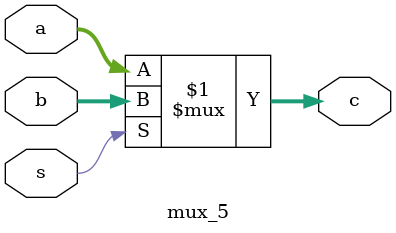
<source format=v>
`timescale 1ns / 1ps


module mux_5(a, b, s, c);
    input [4:0] a, b;
    input s;
    
    output [4:0] c;
    
    assign c = (s ? b : a);
endmodule`timescale 1ns / 1ps
</source>
